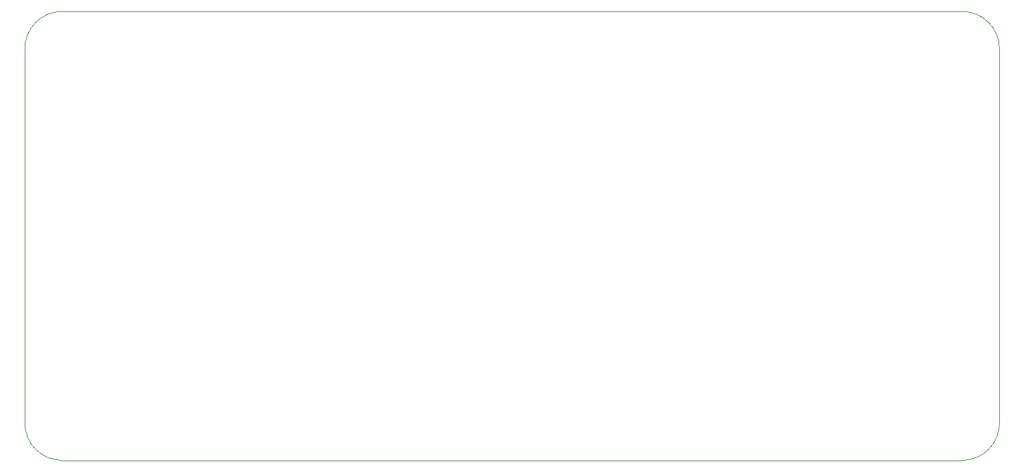
<source format=gbr>
%TF.GenerationSoftware,KiCad,Pcbnew,7.0.8*%
%TF.CreationDate,2024-03-31T13:52:50+01:00*%
%TF.ProjectId,cryoskills_sensor_kit,6372796f-736b-4696-9c6c-735f73656e73,rev?*%
%TF.SameCoordinates,Original*%
%TF.FileFunction,Profile,NP*%
%FSLAX46Y46*%
G04 Gerber Fmt 4.6, Leading zero omitted, Abs format (unit mm)*
G04 Created by KiCad (PCBNEW 7.0.8) date 2024-03-31 13:52:50*
%MOMM*%
%LPD*%
G01*
G04 APERTURE LIST*
%TA.AperFunction,Profile*%
%ADD10C,0.100000*%
%TD*%
G04 APERTURE END LIST*
D10*
X33500000Y-52000000D02*
X153500000Y-52000000D01*
X28500000Y-107000000D02*
G75*
G03*
X33500000Y-112000000I5000000J0D01*
G01*
X33500000Y-52000000D02*
G75*
G03*
X28500000Y-57000000I0J-5000000D01*
G01*
X158500000Y-57000000D02*
X158500000Y-107000000D01*
X153500000Y-112000000D02*
G75*
G03*
X158500000Y-107000000I0J5000000D01*
G01*
X33500000Y-112000000D02*
X153500000Y-112000000D01*
X28500000Y-107000000D02*
X28500000Y-57000000D01*
X158500000Y-57000000D02*
G75*
G03*
X153500000Y-52000000I-5000000J0D01*
G01*
M02*

</source>
